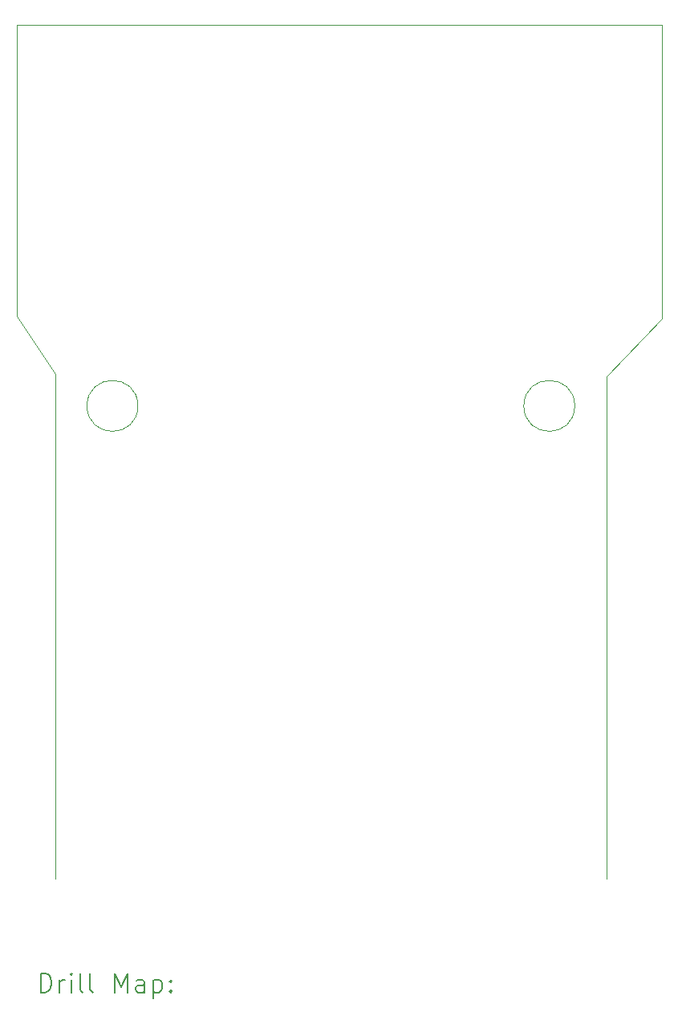
<source format=gbr>
%FSLAX45Y45*%
G04 Gerber Fmt 4.5, Leading zero omitted, Abs format (unit mm)*
G04 Created by KiCad (PCBNEW (6.0.6)) date 2023-01-25 21:08:42*
%MOMM*%
%LPD*%
G01*
G04 APERTURE LIST*
%TA.AperFunction,Profile*%
%ADD10C,0.100000*%
%TD*%
%ADD11C,0.200000*%
G04 APERTURE END LIST*
D10*
X14709140Y-18313400D02*
X14709140Y-13055600D01*
X9763696Y-13367000D02*
G75*
G03*
X9763696Y-13367000I-268830J0D01*
G01*
X8483600Y-9347200D02*
X8483600Y-12420600D01*
X14373104Y-13367000D02*
G75*
G03*
X14373104Y-13367000I-268830J0D01*
G01*
X8890000Y-18354000D02*
X8890000Y-13030200D01*
X14709140Y-18354000D02*
X14709140Y-18313400D01*
X14709140Y-13055600D02*
X15290800Y-12446000D01*
X15290800Y-9347200D02*
X8483600Y-9347200D01*
X15290800Y-12446000D02*
X15290800Y-9347200D01*
X8483600Y-12420600D02*
X8890000Y-13030200D01*
D11*
X8736219Y-19554476D02*
X8736219Y-19354476D01*
X8783838Y-19354476D01*
X8812410Y-19364000D01*
X8831457Y-19383048D01*
X8840981Y-19402095D01*
X8850505Y-19440190D01*
X8850505Y-19468762D01*
X8840981Y-19506857D01*
X8831457Y-19525905D01*
X8812410Y-19544952D01*
X8783838Y-19554476D01*
X8736219Y-19554476D01*
X8936219Y-19554476D02*
X8936219Y-19421143D01*
X8936219Y-19459238D02*
X8945743Y-19440190D01*
X8955267Y-19430667D01*
X8974314Y-19421143D01*
X8993362Y-19421143D01*
X9060029Y-19554476D02*
X9060029Y-19421143D01*
X9060029Y-19354476D02*
X9050505Y-19364000D01*
X9060029Y-19373524D01*
X9069552Y-19364000D01*
X9060029Y-19354476D01*
X9060029Y-19373524D01*
X9183838Y-19554476D02*
X9164790Y-19544952D01*
X9155267Y-19525905D01*
X9155267Y-19354476D01*
X9288600Y-19554476D02*
X9269552Y-19544952D01*
X9260029Y-19525905D01*
X9260029Y-19354476D01*
X9517171Y-19554476D02*
X9517171Y-19354476D01*
X9583838Y-19497333D01*
X9650505Y-19354476D01*
X9650505Y-19554476D01*
X9831457Y-19554476D02*
X9831457Y-19449714D01*
X9821933Y-19430667D01*
X9802886Y-19421143D01*
X9764790Y-19421143D01*
X9745743Y-19430667D01*
X9831457Y-19544952D02*
X9812410Y-19554476D01*
X9764790Y-19554476D01*
X9745743Y-19544952D01*
X9736219Y-19525905D01*
X9736219Y-19506857D01*
X9745743Y-19487810D01*
X9764790Y-19478286D01*
X9812410Y-19478286D01*
X9831457Y-19468762D01*
X9926695Y-19421143D02*
X9926695Y-19621143D01*
X9926695Y-19430667D02*
X9945743Y-19421143D01*
X9983838Y-19421143D01*
X10002886Y-19430667D01*
X10012410Y-19440190D01*
X10021933Y-19459238D01*
X10021933Y-19516381D01*
X10012410Y-19535429D01*
X10002886Y-19544952D01*
X9983838Y-19554476D01*
X9945743Y-19554476D01*
X9926695Y-19544952D01*
X10107648Y-19535429D02*
X10117171Y-19544952D01*
X10107648Y-19554476D01*
X10098124Y-19544952D01*
X10107648Y-19535429D01*
X10107648Y-19554476D01*
X10107648Y-19430667D02*
X10117171Y-19440190D01*
X10107648Y-19449714D01*
X10098124Y-19440190D01*
X10107648Y-19430667D01*
X10107648Y-19449714D01*
M02*

</source>
